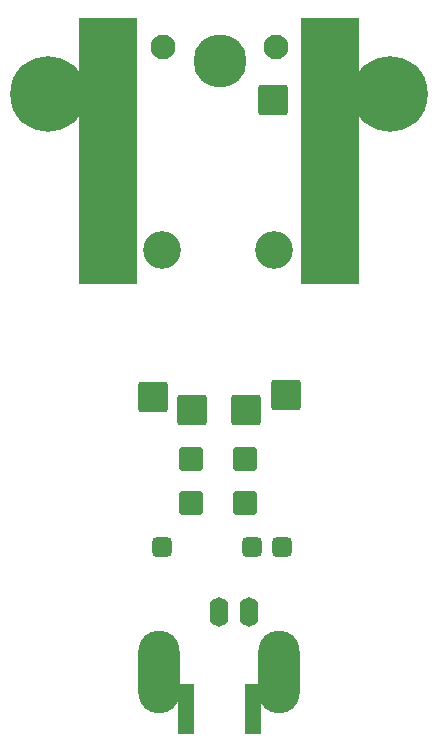
<source format=gbr>
%TF.GenerationSoftware,KiCad,Pcbnew,6.0.2+dfsg-1*%
%TF.CreationDate,2023-02-03T10:11:01+01:00*%
%TF.ProjectId,UniBalun1.2,556e6942-616c-4756-9e31-2e322e6b6963,rev?*%
%TF.SameCoordinates,Original*%
%TF.FileFunction,Soldermask,Bot*%
%TF.FilePolarity,Negative*%
%FSLAX46Y46*%
G04 Gerber Fmt 4.6, Leading zero omitted, Abs format (unit mm)*
G04 Created by KiCad (PCBNEW 6.0.2+dfsg-1) date 2023-02-03 10:11:01*
%MOMM*%
%LPD*%
G01*
G04 APERTURE LIST*
G04 Aperture macros list*
%AMRoundRect*
0 Rectangle with rounded corners*
0 $1 Rounding radius*
0 $2 $3 $4 $5 $6 $7 $8 $9 X,Y pos of 4 corners*
0 Add a 4 corners polygon primitive as box body*
4,1,4,$2,$3,$4,$5,$6,$7,$8,$9,$2,$3,0*
0 Add four circle primitives for the rounded corners*
1,1,$1+$1,$2,$3*
1,1,$1+$1,$4,$5*
1,1,$1+$1,$6,$7*
1,1,$1+$1,$8,$9*
0 Add four rect primitives between the rounded corners*
20,1,$1+$1,$2,$3,$4,$5,0*
20,1,$1+$1,$4,$5,$6,$7,0*
20,1,$1+$1,$6,$7,$8,$9,0*
20,1,$1+$1,$8,$9,$2,$3,0*%
G04 Aperture macros list end*
%ADD10C,3.200000*%
%ADD11RoundRect,0.249999X-1.025001X-1.025001X1.025001X-1.025001X1.025001X1.025001X-1.025001X1.025001X0*%
%ADD12RoundRect,0.250002X-1.699998X-1.699998X1.699998X-1.699998X1.699998X1.699998X-1.699998X1.699998X0*%
%ADD13O,1.600000X2.500000*%
%ADD14O,3.500000X7.000000*%
%ADD15C,4.500000*%
%ADD16C,2.100000*%
%ADD17RoundRect,0.250000X-0.750000X-0.750000X0.750000X-0.750000X0.750000X0.750000X-0.750000X0.750000X0*%
%ADD18C,6.400000*%
%ADD19RoundRect,0.425000X0.425000X0.425000X-0.425000X0.425000X-0.425000X-0.425000X0.425000X-0.425000X0*%
%ADD20R,1.350000X4.200000*%
%ADD21R,5.000000X22.500000*%
G04 APERTURE END LIST*
D10*
%TO.C,U2*%
X122275600Y-65532000D03*
X112776000Y-65532000D03*
X112776000Y-65532000D03*
X122275600Y-65532000D03*
D11*
X119837200Y-79121000D03*
X123266200Y-77851000D03*
X111963200Y-77978000D03*
X115265200Y-79121000D03*
X122123200Y-52832000D03*
%TD*%
D12*
%TO.C,J5*%
X108204000Y-48260000D03*
%TD*%
D13*
%TO.C,J1*%
X117602000Y-96210000D03*
D14*
X122682000Y-101290000D03*
D13*
X120142000Y-96210000D03*
D14*
X112522000Y-101290000D03*
%TD*%
D15*
%TO.C,H5*%
X117678200Y-49530000D03*
%TD*%
D12*
%TO.C,J3*%
X127000000Y-48260000D03*
%TD*%
D16*
%TO.C,H4*%
X112801400Y-48387000D03*
%TD*%
D17*
%TO.C,U1*%
X115239800Y-83235800D03*
X115239800Y-86918800D03*
X119811800Y-83235800D03*
X119811800Y-86918800D03*
%TD*%
D18*
%TO.C,H2*%
X103124000Y-52324000D03*
%TD*%
D19*
%TO.C,C1*%
X120396000Y-90678000D03*
X122936000Y-90678000D03*
X112776000Y-90678000D03*
%TD*%
D16*
%TO.C,H3*%
X122402600Y-48387000D03*
%TD*%
D18*
%TO.C,H1*%
X132080000Y-52324000D03*
%TD*%
D20*
%TO.C,J2*%
X120427000Y-104422600D03*
X114777000Y-104422600D03*
%TD*%
D21*
%TO.C,J4*%
X127000000Y-57150000D03*
%TD*%
%TO.C,J6*%
X108204000Y-57150000D03*
%TD*%
M02*

</source>
